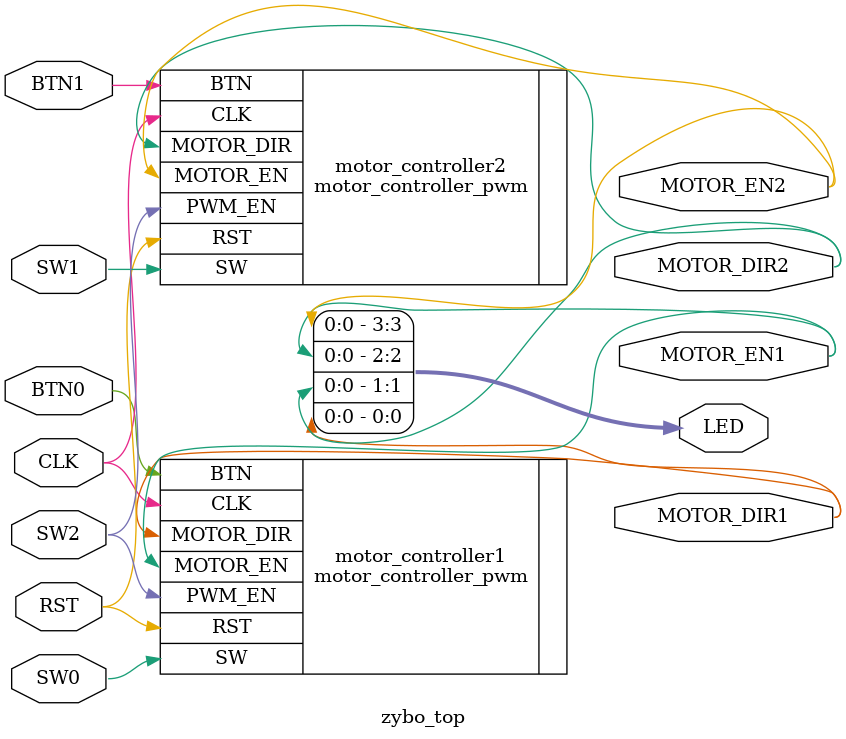
<source format=v>
module zybo_top (

input         CLK,
input         RST,
input         SW0,
input         SW1,
input         SW2,
input         BTN0,
input         BTN1,

output [3:0]  LED,
output        MOTOR_EN1,
output        MOTOR_EN2,
output        MOTOR_DIR1,
output        MOTOR_DIR2

);

parameter DEAD_TIME = 27'd124999999; //1sec at 125Mhz Clock

motor_controller_pwm #(.DEAD_TIME(DEAD_TIME)) motor_controller1 (
  .CLK(CLK),
  .RST(RST),
  .SW(SW0),
  .BTN(BTN0),
  .PWM_EN(SW2),

  .MOTOR_DIR(MOTOR_DIR1),
  .MOTOR_EN(MOTOR_EN1)
);

motor_controller_pwm #(.DEAD_TIME(DEAD_TIME)) motor_controller2 (
  .CLK(CLK),
  .RST(RST),
  .SW(SW1),
  .BTN(BTN1),

  .PWM_EN(SW2),
  .MOTOR_DIR(MOTOR_DIR2),
  .MOTOR_EN(MOTOR_EN2)
);

assign LED[0] = MOTOR_DIR1;
assign LED[1] = MOTOR_DIR2;
assign LED[2] = MOTOR_EN1;
assign LED[3] = MOTOR_EN2;

endmodule

</source>
